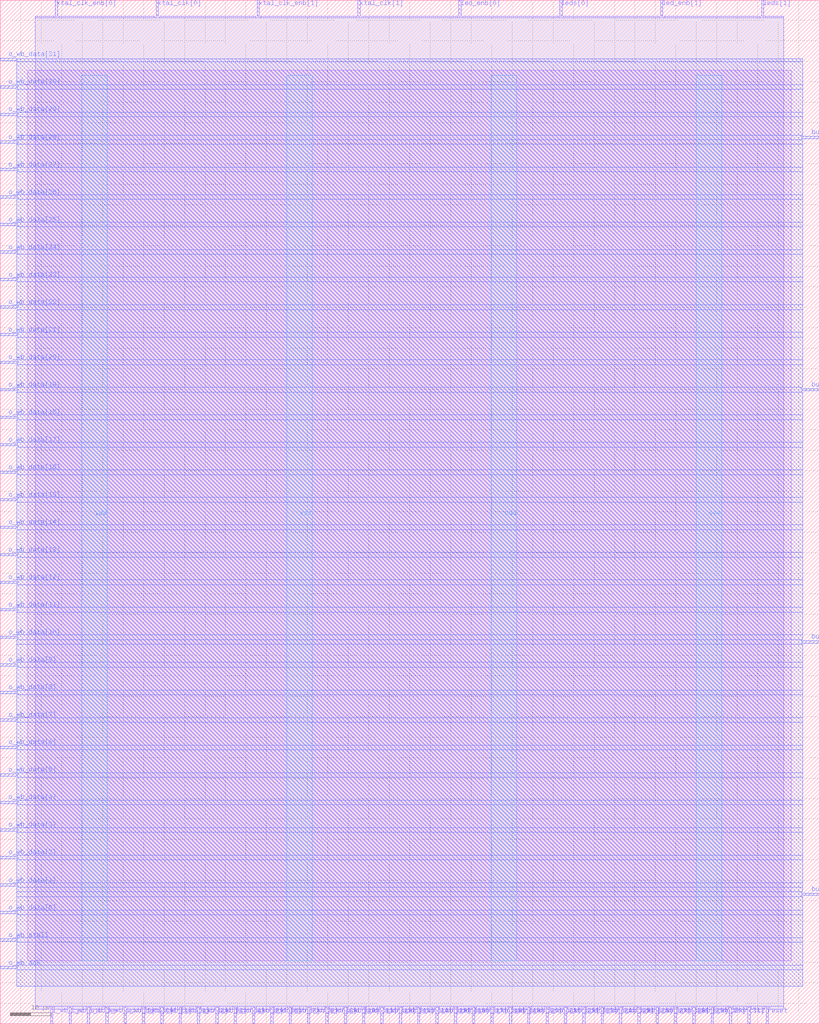
<source format=lef>
VERSION 5.7 ;
  NOWIREEXTENSIONATPIN ON ;
  DIVIDERCHAR "/" ;
  BUSBITCHARS "[]" ;
MACRO wb_buttons_leds
  CLASS BLOCK ;
  FOREIGN wb_buttons_leds ;
  ORIGIN 0.000 0.000 ;
  SIZE 200.000 BY 250.000 ;
  PIN buttons[0]
    DIRECTION INPUT ;
    USE SIGNAL ;
    ANTENNAGATEAREA 0.741000 ;
    ANTENNADIFFAREA 0.410400 ;
    PORT
      LAYER Metal3 ;
        RECT 196.000 31.360 200.000 31.920 ;
    END
  END buttons[0]
  PIN buttons[1]
    DIRECTION INPUT ;
    USE SIGNAL ;
    ANTENNAGATEAREA 0.741000 ;
    ANTENNADIFFAREA 0.410400 ;
    PORT
      LAYER Metal3 ;
        RECT 196.000 154.560 200.000 155.120 ;
    END
  END buttons[1]
  PIN buttons_enb[0]
    DIRECTION OUTPUT TRISTATE ;
    USE SIGNAL ;
    ANTENNADIFFAREA 0.536800 ;
    PORT
      LAYER Metal3 ;
        RECT 196.000 216.160 200.000 216.720 ;
    END
  END buttons_enb[0]
  PIN buttons_enb[1]
    DIRECTION OUTPUT TRISTATE ;
    USE SIGNAL ;
    ANTENNADIFFAREA 0.360800 ;
    PORT
      LAYER Metal3 ;
        RECT 196.000 92.960 200.000 93.520 ;
    END
  END buttons_enb[1]
  PIN clk
    DIRECTION INPUT ;
    USE SIGNAL ;
    ANTENNAGATEAREA 4.738000 ;
    ANTENNADIFFAREA 0.410400 ;
    PORT
      LAYER Metal2 ;
        RECT 178.080 0.000 178.640 4.000 ;
    END
  END clk
  PIN clk2
    DIRECTION INPUT ;
    USE SIGNAL ;
    ANTENNAGATEAREA 0.741000 ;
    ANTENNADIFFAREA 0.410400 ;
    PORT
      LAYER Metal2 ;
        RECT 182.560 0.000 183.120 4.000 ;
    END
  END clk2
  PIN i_wb_addr[0]
    DIRECTION INPUT ;
    USE SIGNAL ;
    ANTENNAGATEAREA 0.498500 ;
    ANTENNADIFFAREA 0.410400 ;
    PORT
      LAYER Metal2 ;
        RECT 25.760 0.000 26.320 4.000 ;
    END
  END i_wb_addr[0]
  PIN i_wb_addr[10]
    DIRECTION INPUT ;
    USE SIGNAL ;
    ANTENNAGATEAREA 0.741000 ;
    ANTENNADIFFAREA 0.410400 ;
    PORT
      LAYER Metal2 ;
        RECT 79.520 0.000 80.080 4.000 ;
    END
  END i_wb_addr[10]
  PIN i_wb_addr[11]
    DIRECTION INPUT ;
    USE SIGNAL ;
    ANTENNAGATEAREA 0.741000 ;
    ANTENNADIFFAREA 0.410400 ;
    PORT
      LAYER Metal2 ;
        RECT 84.000 0.000 84.560 4.000 ;
    END
  END i_wb_addr[11]
  PIN i_wb_addr[12]
    DIRECTION INPUT ;
    USE SIGNAL ;
    ANTENNAGATEAREA 0.741000 ;
    ANTENNADIFFAREA 0.410400 ;
    PORT
      LAYER Metal2 ;
        RECT 88.480 0.000 89.040 4.000 ;
    END
  END i_wb_addr[12]
  PIN i_wb_addr[13]
    DIRECTION INPUT ;
    USE SIGNAL ;
    ANTENNAGATEAREA 0.741000 ;
    ANTENNADIFFAREA 0.410400 ;
    PORT
      LAYER Metal2 ;
        RECT 92.960 0.000 93.520 4.000 ;
    END
  END i_wb_addr[13]
  PIN i_wb_addr[14]
    DIRECTION INPUT ;
    USE SIGNAL ;
    ANTENNAGATEAREA 0.741000 ;
    ANTENNADIFFAREA 0.410400 ;
    PORT
      LAYER Metal2 ;
        RECT 97.440 0.000 98.000 4.000 ;
    END
  END i_wb_addr[14]
  PIN i_wb_addr[15]
    DIRECTION INPUT ;
    USE SIGNAL ;
    ANTENNAGATEAREA 0.741000 ;
    ANTENNADIFFAREA 0.410400 ;
    PORT
      LAYER Metal2 ;
        RECT 101.920 0.000 102.480 4.000 ;
    END
  END i_wb_addr[15]
  PIN i_wb_addr[16]
    DIRECTION INPUT ;
    USE SIGNAL ;
    ANTENNAGATEAREA 0.741000 ;
    ANTENNADIFFAREA 0.410400 ;
    PORT
      LAYER Metal2 ;
        RECT 106.400 0.000 106.960 4.000 ;
    END
  END i_wb_addr[16]
  PIN i_wb_addr[17]
    DIRECTION INPUT ;
    USE SIGNAL ;
    ANTENNAGATEAREA 0.741000 ;
    ANTENNADIFFAREA 0.410400 ;
    PORT
      LAYER Metal2 ;
        RECT 110.880 0.000 111.440 4.000 ;
    END
  END i_wb_addr[17]
  PIN i_wb_addr[18]
    DIRECTION INPUT ;
    USE SIGNAL ;
    ANTENNAGATEAREA 0.741000 ;
    ANTENNADIFFAREA 0.410400 ;
    PORT
      LAYER Metal2 ;
        RECT 115.360 0.000 115.920 4.000 ;
    END
  END i_wb_addr[18]
  PIN i_wb_addr[19]
    DIRECTION INPUT ;
    USE SIGNAL ;
    ANTENNAGATEAREA 0.741000 ;
    ANTENNADIFFAREA 0.410400 ;
    PORT
      LAYER Metal2 ;
        RECT 119.840 0.000 120.400 4.000 ;
    END
  END i_wb_addr[19]
  PIN i_wb_addr[1]
    DIRECTION INPUT ;
    USE SIGNAL ;
    ANTENNAGATEAREA 0.498500 ;
    ANTENNADIFFAREA 0.410400 ;
    PORT
      LAYER Metal2 ;
        RECT 34.720 0.000 35.280 4.000 ;
    END
  END i_wb_addr[1]
  PIN i_wb_addr[20]
    DIRECTION INPUT ;
    USE SIGNAL ;
    ANTENNAGATEAREA 0.741000 ;
    ANTENNADIFFAREA 0.410400 ;
    PORT
      LAYER Metal2 ;
        RECT 124.320 0.000 124.880 4.000 ;
    END
  END i_wb_addr[20]
  PIN i_wb_addr[21]
    DIRECTION INPUT ;
    USE SIGNAL ;
    ANTENNAGATEAREA 0.741000 ;
    ANTENNADIFFAREA 0.410400 ;
    PORT
      LAYER Metal2 ;
        RECT 128.800 0.000 129.360 4.000 ;
    END
  END i_wb_addr[21]
  PIN i_wb_addr[22]
    DIRECTION INPUT ;
    USE SIGNAL ;
    ANTENNAGATEAREA 0.741000 ;
    ANTENNADIFFAREA 0.410400 ;
    PORT
      LAYER Metal2 ;
        RECT 133.280 0.000 133.840 4.000 ;
    END
  END i_wb_addr[22]
  PIN i_wb_addr[23]
    DIRECTION INPUT ;
    USE SIGNAL ;
    ANTENNAGATEAREA 0.741000 ;
    ANTENNADIFFAREA 0.410400 ;
    PORT
      LAYER Metal2 ;
        RECT 137.760 0.000 138.320 4.000 ;
    END
  END i_wb_addr[23]
  PIN i_wb_addr[24]
    DIRECTION INPUT ;
    USE SIGNAL ;
    ANTENNAGATEAREA 0.741000 ;
    ANTENNADIFFAREA 0.410400 ;
    PORT
      LAYER Metal2 ;
        RECT 142.240 0.000 142.800 4.000 ;
    END
  END i_wb_addr[24]
  PIN i_wb_addr[25]
    DIRECTION INPUT ;
    USE SIGNAL ;
    ANTENNAGATEAREA 0.741000 ;
    ANTENNADIFFAREA 0.410400 ;
    PORT
      LAYER Metal2 ;
        RECT 146.720 0.000 147.280 4.000 ;
    END
  END i_wb_addr[25]
  PIN i_wb_addr[26]
    DIRECTION INPUT ;
    USE SIGNAL ;
    ANTENNAGATEAREA 0.741000 ;
    ANTENNADIFFAREA 0.410400 ;
    PORT
      LAYER Metal2 ;
        RECT 151.200 0.000 151.760 4.000 ;
    END
  END i_wb_addr[26]
  PIN i_wb_addr[27]
    DIRECTION INPUT ;
    USE SIGNAL ;
    ANTENNAGATEAREA 0.741000 ;
    ANTENNADIFFAREA 0.410400 ;
    PORT
      LAYER Metal2 ;
        RECT 155.680 0.000 156.240 4.000 ;
    END
  END i_wb_addr[27]
  PIN i_wb_addr[28]
    DIRECTION INPUT ;
    USE SIGNAL ;
    ANTENNAGATEAREA 0.741000 ;
    ANTENNADIFFAREA 0.410400 ;
    PORT
      LAYER Metal2 ;
        RECT 160.160 0.000 160.720 4.000 ;
    END
  END i_wb_addr[28]
  PIN i_wb_addr[29]
    DIRECTION INPUT ;
    USE SIGNAL ;
    ANTENNAGATEAREA 0.741000 ;
    ANTENNADIFFAREA 0.410400 ;
    PORT
      LAYER Metal2 ;
        RECT 164.640 0.000 165.200 4.000 ;
    END
  END i_wb_addr[29]
  PIN i_wb_addr[2]
    DIRECTION INPUT ;
    USE SIGNAL ;
    ANTENNAGATEAREA 0.498500 ;
    ANTENNADIFFAREA 0.410400 ;
    PORT
      LAYER Metal2 ;
        RECT 43.680 0.000 44.240 4.000 ;
    END
  END i_wb_addr[2]
  PIN i_wb_addr[30]
    DIRECTION INPUT ;
    USE SIGNAL ;
    ANTENNAGATEAREA 0.741000 ;
    ANTENNADIFFAREA 0.410400 ;
    PORT
      LAYER Metal2 ;
        RECT 169.120 0.000 169.680 4.000 ;
    END
  END i_wb_addr[30]
  PIN i_wb_addr[31]
    DIRECTION INPUT ;
    USE SIGNAL ;
    ANTENNAGATEAREA 0.741000 ;
    ANTENNADIFFAREA 0.410400 ;
    PORT
      LAYER Metal2 ;
        RECT 173.600 0.000 174.160 4.000 ;
    END
  END i_wb_addr[31]
  PIN i_wb_addr[3]
    DIRECTION INPUT ;
    USE SIGNAL ;
    ANTENNAGATEAREA 0.498500 ;
    ANTENNADIFFAREA 0.410400 ;
    PORT
      LAYER Metal2 ;
        RECT 48.160 0.000 48.720 4.000 ;
    END
  END i_wb_addr[3]
  PIN i_wb_addr[4]
    DIRECTION INPUT ;
    USE SIGNAL ;
    ANTENNAGATEAREA 0.741000 ;
    ANTENNADIFFAREA 0.410400 ;
    PORT
      LAYER Metal2 ;
        RECT 52.640 0.000 53.200 4.000 ;
    END
  END i_wb_addr[4]
  PIN i_wb_addr[5]
    DIRECTION INPUT ;
    USE SIGNAL ;
    ANTENNAGATEAREA 0.741000 ;
    ANTENNADIFFAREA 0.410400 ;
    PORT
      LAYER Metal2 ;
        RECT 57.120 0.000 57.680 4.000 ;
    END
  END i_wb_addr[5]
  PIN i_wb_addr[6]
    DIRECTION INPUT ;
    USE SIGNAL ;
    ANTENNAGATEAREA 0.741000 ;
    ANTENNADIFFAREA 0.410400 ;
    PORT
      LAYER Metal2 ;
        RECT 61.600 0.000 62.160 4.000 ;
    END
  END i_wb_addr[6]
  PIN i_wb_addr[7]
    DIRECTION INPUT ;
    USE SIGNAL ;
    ANTENNAGATEAREA 0.741000 ;
    ANTENNADIFFAREA 0.410400 ;
    PORT
      LAYER Metal2 ;
        RECT 66.080 0.000 66.640 4.000 ;
    END
  END i_wb_addr[7]
  PIN i_wb_addr[8]
    DIRECTION INPUT ;
    USE SIGNAL ;
    ANTENNAGATEAREA 0.741000 ;
    ANTENNADIFFAREA 0.410400 ;
    PORT
      LAYER Metal2 ;
        RECT 70.560 0.000 71.120 4.000 ;
    END
  END i_wb_addr[8]
  PIN i_wb_addr[9]
    DIRECTION INPUT ;
    USE SIGNAL ;
    ANTENNAGATEAREA 0.741000 ;
    ANTENNADIFFAREA 0.410400 ;
    PORT
      LAYER Metal2 ;
        RECT 75.040 0.000 75.600 4.000 ;
    END
  END i_wb_addr[9]
  PIN i_wb_cyc
    DIRECTION INPUT ;
    USE SIGNAL ;
    ANTENNAGATEAREA 0.741000 ;
    ANTENNADIFFAREA 0.410400 ;
    PORT
      LAYER Metal2 ;
        RECT 12.320 0.000 12.880 4.000 ;
    END
  END i_wb_cyc
  PIN i_wb_data[0]
    DIRECTION INPUT ;
    USE SIGNAL ;
    ANTENNAGATEAREA 0.741000 ;
    ANTENNADIFFAREA 0.410400 ;
    PORT
      LAYER Metal2 ;
        RECT 30.240 0.000 30.800 4.000 ;
    END
  END i_wb_data[0]
  PIN i_wb_data[1]
    DIRECTION INPUT ;
    USE SIGNAL ;
    ANTENNAGATEAREA 0.741000 ;
    ANTENNADIFFAREA 0.410400 ;
    PORT
      LAYER Metal2 ;
        RECT 39.200 0.000 39.760 4.000 ;
    END
  END i_wb_data[1]
  PIN i_wb_stb
    DIRECTION INPUT ;
    USE SIGNAL ;
    ANTENNAGATEAREA 0.498500 ;
    ANTENNADIFFAREA 0.410400 ;
    PORT
      LAYER Metal2 ;
        RECT 16.800 0.000 17.360 4.000 ;
    END
  END i_wb_stb
  PIN i_wb_we
    DIRECTION INPUT ;
    USE SIGNAL ;
    ANTENNAGATEAREA 0.498500 ;
    ANTENNADIFFAREA 0.410400 ;
    PORT
      LAYER Metal2 ;
        RECT 21.280 0.000 21.840 4.000 ;
    END
  END i_wb_we
  PIN led_enb[0]
    DIRECTION OUTPUT TRISTATE ;
    USE SIGNAL ;
    ANTENNADIFFAREA 0.360800 ;
    PORT
      LAYER Metal2 ;
        RECT 112.000 246.000 112.560 250.000 ;
    END
  END led_enb[0]
  PIN led_enb[1]
    DIRECTION OUTPUT TRISTATE ;
    USE SIGNAL ;
    ANTENNADIFFAREA 0.360800 ;
    PORT
      LAYER Metal2 ;
        RECT 161.280 246.000 161.840 250.000 ;
    END
  END led_enb[1]
  PIN leds[0]
    DIRECTION OUTPUT TRISTATE ;
    USE SIGNAL ;
    ANTENNADIFFAREA 2.080400 ;
    PORT
      LAYER Metal2 ;
        RECT 136.640 246.000 137.200 250.000 ;
    END
  END leds[0]
  PIN leds[1]
    DIRECTION OUTPUT TRISTATE ;
    USE SIGNAL ;
    ANTENNADIFFAREA 2.080400 ;
    PORT
      LAYER Metal2 ;
        RECT 185.920 246.000 186.480 250.000 ;
    END
  END leds[1]
  PIN o_wb_ack
    DIRECTION OUTPUT TRISTATE ;
    USE SIGNAL ;
    ANTENNADIFFAREA 2.080400 ;
    PORT
      LAYER Metal3 ;
        RECT 0.000 13.440 4.000 14.000 ;
    END
  END o_wb_ack
  PIN o_wb_data[0]
    DIRECTION OUTPUT TRISTATE ;
    USE SIGNAL ;
    ANTENNADIFFAREA 1.986000 ;
    PORT
      LAYER Metal3 ;
        RECT 0.000 26.880 4.000 27.440 ;
    END
  END o_wb_data[0]
  PIN o_wb_data[10]
    DIRECTION OUTPUT TRISTATE ;
    USE SIGNAL ;
    ANTENNADIFFAREA 0.360800 ;
    PORT
      LAYER Metal3 ;
        RECT 0.000 94.080 4.000 94.640 ;
    END
  END o_wb_data[10]
  PIN o_wb_data[11]
    DIRECTION OUTPUT TRISTATE ;
    USE SIGNAL ;
    ANTENNADIFFAREA 0.360800 ;
    PORT
      LAYER Metal3 ;
        RECT 0.000 100.800 4.000 101.360 ;
    END
  END o_wb_data[11]
  PIN o_wb_data[12]
    DIRECTION OUTPUT TRISTATE ;
    USE SIGNAL ;
    ANTENNADIFFAREA 0.360800 ;
    PORT
      LAYER Metal3 ;
        RECT 0.000 107.520 4.000 108.080 ;
    END
  END o_wb_data[12]
  PIN o_wb_data[13]
    DIRECTION OUTPUT TRISTATE ;
    USE SIGNAL ;
    ANTENNADIFFAREA 0.360800 ;
    PORT
      LAYER Metal3 ;
        RECT 0.000 114.240 4.000 114.800 ;
    END
  END o_wb_data[13]
  PIN o_wb_data[14]
    DIRECTION OUTPUT TRISTATE ;
    USE SIGNAL ;
    ANTENNADIFFAREA 0.360800 ;
    PORT
      LAYER Metal3 ;
        RECT 0.000 120.960 4.000 121.520 ;
    END
  END o_wb_data[14]
  PIN o_wb_data[15]
    DIRECTION OUTPUT TRISTATE ;
    USE SIGNAL ;
    ANTENNADIFFAREA 0.360800 ;
    PORT
      LAYER Metal3 ;
        RECT 0.000 127.680 4.000 128.240 ;
    END
  END o_wb_data[15]
  PIN o_wb_data[16]
    DIRECTION OUTPUT TRISTATE ;
    USE SIGNAL ;
    ANTENNADIFFAREA 0.360800 ;
    PORT
      LAYER Metal3 ;
        RECT 0.000 134.400 4.000 134.960 ;
    END
  END o_wb_data[16]
  PIN o_wb_data[17]
    DIRECTION OUTPUT TRISTATE ;
    USE SIGNAL ;
    ANTENNADIFFAREA 0.360800 ;
    PORT
      LAYER Metal3 ;
        RECT 0.000 141.120 4.000 141.680 ;
    END
  END o_wb_data[17]
  PIN o_wb_data[18]
    DIRECTION OUTPUT TRISTATE ;
    USE SIGNAL ;
    ANTENNADIFFAREA 0.360800 ;
    PORT
      LAYER Metal3 ;
        RECT 0.000 147.840 4.000 148.400 ;
    END
  END o_wb_data[18]
  PIN o_wb_data[19]
    DIRECTION OUTPUT TRISTATE ;
    USE SIGNAL ;
    ANTENNADIFFAREA 0.360800 ;
    PORT
      LAYER Metal3 ;
        RECT 0.000 154.560 4.000 155.120 ;
    END
  END o_wb_data[19]
  PIN o_wb_data[1]
    DIRECTION OUTPUT TRISTATE ;
    USE SIGNAL ;
    ANTENNADIFFAREA 1.986000 ;
    PORT
      LAYER Metal3 ;
        RECT 0.000 33.600 4.000 34.160 ;
    END
  END o_wb_data[1]
  PIN o_wb_data[20]
    DIRECTION OUTPUT TRISTATE ;
    USE SIGNAL ;
    ANTENNADIFFAREA 0.360800 ;
    PORT
      LAYER Metal3 ;
        RECT 0.000 161.280 4.000 161.840 ;
    END
  END o_wb_data[20]
  PIN o_wb_data[21]
    DIRECTION OUTPUT TRISTATE ;
    USE SIGNAL ;
    ANTENNADIFFAREA 0.360800 ;
    PORT
      LAYER Metal3 ;
        RECT 0.000 168.000 4.000 168.560 ;
    END
  END o_wb_data[21]
  PIN o_wb_data[22]
    DIRECTION OUTPUT TRISTATE ;
    USE SIGNAL ;
    ANTENNADIFFAREA 0.360800 ;
    PORT
      LAYER Metal3 ;
        RECT 0.000 174.720 4.000 175.280 ;
    END
  END o_wb_data[22]
  PIN o_wb_data[23]
    DIRECTION OUTPUT TRISTATE ;
    USE SIGNAL ;
    ANTENNADIFFAREA 0.360800 ;
    PORT
      LAYER Metal3 ;
        RECT 0.000 181.440 4.000 182.000 ;
    END
  END o_wb_data[23]
  PIN o_wb_data[24]
    DIRECTION OUTPUT TRISTATE ;
    USE SIGNAL ;
    ANTENNADIFFAREA 0.360800 ;
    PORT
      LAYER Metal3 ;
        RECT 0.000 188.160 4.000 188.720 ;
    END
  END o_wb_data[24]
  PIN o_wb_data[25]
    DIRECTION OUTPUT TRISTATE ;
    USE SIGNAL ;
    ANTENNADIFFAREA 0.360800 ;
    PORT
      LAYER Metal3 ;
        RECT 0.000 194.880 4.000 195.440 ;
    END
  END o_wb_data[25]
  PIN o_wb_data[26]
    DIRECTION OUTPUT TRISTATE ;
    USE SIGNAL ;
    ANTENNADIFFAREA 0.360800 ;
    PORT
      LAYER Metal3 ;
        RECT 0.000 201.600 4.000 202.160 ;
    END
  END o_wb_data[26]
  PIN o_wb_data[27]
    DIRECTION OUTPUT TRISTATE ;
    USE SIGNAL ;
    ANTENNADIFFAREA 0.360800 ;
    PORT
      LAYER Metal3 ;
        RECT 0.000 208.320 4.000 208.880 ;
    END
  END o_wb_data[27]
  PIN o_wb_data[28]
    DIRECTION OUTPUT TRISTATE ;
    USE SIGNAL ;
    ANTENNADIFFAREA 0.360800 ;
    PORT
      LAYER Metal3 ;
        RECT 0.000 215.040 4.000 215.600 ;
    END
  END o_wb_data[28]
  PIN o_wb_data[29]
    DIRECTION OUTPUT TRISTATE ;
    USE SIGNAL ;
    ANTENNADIFFAREA 0.360800 ;
    PORT
      LAYER Metal3 ;
        RECT 0.000 221.760 4.000 222.320 ;
    END
  END o_wb_data[29]
  PIN o_wb_data[2]
    DIRECTION OUTPUT TRISTATE ;
    USE SIGNAL ;
    ANTENNADIFFAREA 0.360800 ;
    PORT
      LAYER Metal3 ;
        RECT 0.000 40.320 4.000 40.880 ;
    END
  END o_wb_data[2]
  PIN o_wb_data[30]
    DIRECTION OUTPUT TRISTATE ;
    USE SIGNAL ;
    ANTENNADIFFAREA 0.360800 ;
    PORT
      LAYER Metal3 ;
        RECT 0.000 228.480 4.000 229.040 ;
    END
  END o_wb_data[30]
  PIN o_wb_data[31]
    DIRECTION OUTPUT TRISTATE ;
    USE SIGNAL ;
    ANTENNADIFFAREA 0.360800 ;
    PORT
      LAYER Metal3 ;
        RECT 0.000 235.200 4.000 235.760 ;
    END
  END o_wb_data[31]
  PIN o_wb_data[3]
    DIRECTION OUTPUT TRISTATE ;
    USE SIGNAL ;
    ANTENNADIFFAREA 0.360800 ;
    PORT
      LAYER Metal3 ;
        RECT 0.000 47.040 4.000 47.600 ;
    END
  END o_wb_data[3]
  PIN o_wb_data[4]
    DIRECTION OUTPUT TRISTATE ;
    USE SIGNAL ;
    ANTENNADIFFAREA 0.360800 ;
    PORT
      LAYER Metal3 ;
        RECT 0.000 53.760 4.000 54.320 ;
    END
  END o_wb_data[4]
  PIN o_wb_data[5]
    DIRECTION OUTPUT TRISTATE ;
    USE SIGNAL ;
    ANTENNADIFFAREA 0.360800 ;
    PORT
      LAYER Metal3 ;
        RECT 0.000 60.480 4.000 61.040 ;
    END
  END o_wb_data[5]
  PIN o_wb_data[6]
    DIRECTION OUTPUT TRISTATE ;
    USE SIGNAL ;
    ANTENNADIFFAREA 0.360800 ;
    PORT
      LAYER Metal3 ;
        RECT 0.000 67.200 4.000 67.760 ;
    END
  END o_wb_data[6]
  PIN o_wb_data[7]
    DIRECTION OUTPUT TRISTATE ;
    USE SIGNAL ;
    ANTENNADIFFAREA 0.360800 ;
    PORT
      LAYER Metal3 ;
        RECT 0.000 73.920 4.000 74.480 ;
    END
  END o_wb_data[7]
  PIN o_wb_data[8]
    DIRECTION OUTPUT TRISTATE ;
    USE SIGNAL ;
    ANTENNADIFFAREA 0.360800 ;
    PORT
      LAYER Metal3 ;
        RECT 0.000 80.640 4.000 81.200 ;
    END
  END o_wb_data[8]
  PIN o_wb_data[9]
    DIRECTION OUTPUT TRISTATE ;
    USE SIGNAL ;
    ANTENNADIFFAREA 0.360800 ;
    PORT
      LAYER Metal3 ;
        RECT 0.000 87.360 4.000 87.920 ;
    END
  END o_wb_data[9]
  PIN o_wb_stall
    DIRECTION OUTPUT TRISTATE ;
    USE SIGNAL ;
    ANTENNADIFFAREA 0.360800 ;
    PORT
      LAYER Metal3 ;
        RECT 0.000 20.160 4.000 20.720 ;
    END
  END o_wb_stall
  PIN reset
    DIRECTION INPUT ;
    USE SIGNAL ;
    ANTENNAGATEAREA 0.741000 ;
    ANTENNADIFFAREA 0.410400 ;
    PORT
      LAYER Metal2 ;
        RECT 187.040 0.000 187.600 4.000 ;
    END
  END reset
  PIN vdd
    DIRECTION INOUT ;
    USE POWER ;
    PORT
      LAYER Metal4 ;
        RECT 19.940 15.380 26.140 231.580 ;
    END
    PORT
      LAYER Metal4 ;
        RECT 119.940 15.380 126.140 231.580 ;
    END
  END vdd
  PIN vss
    DIRECTION INOUT ;
    USE GROUND ;
    PORT
      LAYER Metal4 ;
        RECT 69.940 15.380 76.140 231.580 ;
    END
    PORT
      LAYER Metal4 ;
        RECT 169.940 15.380 176.140 231.580 ;
    END
  END vss
  PIN xtal_clk[0]
    DIRECTION OUTPUT TRISTATE ;
    USE SIGNAL ;
    ANTENNADIFFAREA 0.360800 ;
    PORT
      LAYER Metal2 ;
        RECT 38.080 246.000 38.640 250.000 ;
    END
  END xtal_clk[0]
  PIN xtal_clk[1]
    DIRECTION OUTPUT TRISTATE ;
    USE SIGNAL ;
    ANTENNADIFFAREA 0.360800 ;
    PORT
      LAYER Metal2 ;
        RECT 87.360 246.000 87.920 250.000 ;
    END
  END xtal_clk[1]
  PIN xtal_clk_enb[0]
    DIRECTION OUTPUT TRISTATE ;
    USE SIGNAL ;
    ANTENNADIFFAREA 1.986000 ;
    PORT
      LAYER Metal2 ;
        RECT 13.440 246.000 14.000 250.000 ;
    END
  END xtal_clk_enb[0]
  PIN xtal_clk_enb[1]
    DIRECTION OUTPUT TRISTATE ;
    USE SIGNAL ;
    ANTENNADIFFAREA 1.986000 ;
    PORT
      LAYER Metal2 ;
        RECT 62.720 246.000 63.280 250.000 ;
    END
  END xtal_clk_enb[1]
  OBS
      LAYER Metal1 ;
        RECT 6.720 15.380 193.200 232.810 ;
      LAYER Metal2 ;
        RECT 8.540 245.700 13.140 246.000 ;
        RECT 14.300 245.700 37.780 246.000 ;
        RECT 38.940 245.700 62.420 246.000 ;
        RECT 63.580 245.700 87.060 246.000 ;
        RECT 88.220 245.700 111.700 246.000 ;
        RECT 112.860 245.700 136.340 246.000 ;
        RECT 137.500 245.700 160.980 246.000 ;
        RECT 162.140 245.700 185.620 246.000 ;
        RECT 186.780 245.700 191.380 246.000 ;
        RECT 8.540 4.300 191.380 245.700 ;
        RECT 8.540 3.500 12.020 4.300 ;
        RECT 13.180 3.500 16.500 4.300 ;
        RECT 17.660 3.500 20.980 4.300 ;
        RECT 22.140 3.500 25.460 4.300 ;
        RECT 26.620 3.500 29.940 4.300 ;
        RECT 31.100 3.500 34.420 4.300 ;
        RECT 35.580 3.500 38.900 4.300 ;
        RECT 40.060 3.500 43.380 4.300 ;
        RECT 44.540 3.500 47.860 4.300 ;
        RECT 49.020 3.500 52.340 4.300 ;
        RECT 53.500 3.500 56.820 4.300 ;
        RECT 57.980 3.500 61.300 4.300 ;
        RECT 62.460 3.500 65.780 4.300 ;
        RECT 66.940 3.500 70.260 4.300 ;
        RECT 71.420 3.500 74.740 4.300 ;
        RECT 75.900 3.500 79.220 4.300 ;
        RECT 80.380 3.500 83.700 4.300 ;
        RECT 84.860 3.500 88.180 4.300 ;
        RECT 89.340 3.500 92.660 4.300 ;
        RECT 93.820 3.500 97.140 4.300 ;
        RECT 98.300 3.500 101.620 4.300 ;
        RECT 102.780 3.500 106.100 4.300 ;
        RECT 107.260 3.500 110.580 4.300 ;
        RECT 111.740 3.500 115.060 4.300 ;
        RECT 116.220 3.500 119.540 4.300 ;
        RECT 120.700 3.500 124.020 4.300 ;
        RECT 125.180 3.500 128.500 4.300 ;
        RECT 129.660 3.500 132.980 4.300 ;
        RECT 134.140 3.500 137.460 4.300 ;
        RECT 138.620 3.500 141.940 4.300 ;
        RECT 143.100 3.500 146.420 4.300 ;
        RECT 147.580 3.500 150.900 4.300 ;
        RECT 152.060 3.500 155.380 4.300 ;
        RECT 156.540 3.500 159.860 4.300 ;
        RECT 161.020 3.500 164.340 4.300 ;
        RECT 165.500 3.500 168.820 4.300 ;
        RECT 169.980 3.500 173.300 4.300 ;
        RECT 174.460 3.500 177.780 4.300 ;
        RECT 178.940 3.500 182.260 4.300 ;
        RECT 183.420 3.500 186.740 4.300 ;
        RECT 187.900 3.500 191.380 4.300 ;
      LAYER Metal3 ;
        RECT 4.300 234.900 196.000 235.620 ;
        RECT 4.000 229.340 196.000 234.900 ;
        RECT 4.300 228.180 196.000 229.340 ;
        RECT 4.000 222.620 196.000 228.180 ;
        RECT 4.300 221.460 196.000 222.620 ;
        RECT 4.000 217.020 196.000 221.460 ;
        RECT 4.000 215.900 195.700 217.020 ;
        RECT 4.300 215.860 195.700 215.900 ;
        RECT 4.300 214.740 196.000 215.860 ;
        RECT 4.000 209.180 196.000 214.740 ;
        RECT 4.300 208.020 196.000 209.180 ;
        RECT 4.000 202.460 196.000 208.020 ;
        RECT 4.300 201.300 196.000 202.460 ;
        RECT 4.000 195.740 196.000 201.300 ;
        RECT 4.300 194.580 196.000 195.740 ;
        RECT 4.000 189.020 196.000 194.580 ;
        RECT 4.300 187.860 196.000 189.020 ;
        RECT 4.000 182.300 196.000 187.860 ;
        RECT 4.300 181.140 196.000 182.300 ;
        RECT 4.000 175.580 196.000 181.140 ;
        RECT 4.300 174.420 196.000 175.580 ;
        RECT 4.000 168.860 196.000 174.420 ;
        RECT 4.300 167.700 196.000 168.860 ;
        RECT 4.000 162.140 196.000 167.700 ;
        RECT 4.300 160.980 196.000 162.140 ;
        RECT 4.000 155.420 196.000 160.980 ;
        RECT 4.300 154.260 195.700 155.420 ;
        RECT 4.000 148.700 196.000 154.260 ;
        RECT 4.300 147.540 196.000 148.700 ;
        RECT 4.000 141.980 196.000 147.540 ;
        RECT 4.300 140.820 196.000 141.980 ;
        RECT 4.000 135.260 196.000 140.820 ;
        RECT 4.300 134.100 196.000 135.260 ;
        RECT 4.000 128.540 196.000 134.100 ;
        RECT 4.300 127.380 196.000 128.540 ;
        RECT 4.000 121.820 196.000 127.380 ;
        RECT 4.300 120.660 196.000 121.820 ;
        RECT 4.000 115.100 196.000 120.660 ;
        RECT 4.300 113.940 196.000 115.100 ;
        RECT 4.000 108.380 196.000 113.940 ;
        RECT 4.300 107.220 196.000 108.380 ;
        RECT 4.000 101.660 196.000 107.220 ;
        RECT 4.300 100.500 196.000 101.660 ;
        RECT 4.000 94.940 196.000 100.500 ;
        RECT 4.300 93.820 196.000 94.940 ;
        RECT 4.300 93.780 195.700 93.820 ;
        RECT 4.000 92.660 195.700 93.780 ;
        RECT 4.000 88.220 196.000 92.660 ;
        RECT 4.300 87.060 196.000 88.220 ;
        RECT 4.000 81.500 196.000 87.060 ;
        RECT 4.300 80.340 196.000 81.500 ;
        RECT 4.000 74.780 196.000 80.340 ;
        RECT 4.300 73.620 196.000 74.780 ;
        RECT 4.000 68.060 196.000 73.620 ;
        RECT 4.300 66.900 196.000 68.060 ;
        RECT 4.000 61.340 196.000 66.900 ;
        RECT 4.300 60.180 196.000 61.340 ;
        RECT 4.000 54.620 196.000 60.180 ;
        RECT 4.300 53.460 196.000 54.620 ;
        RECT 4.000 47.900 196.000 53.460 ;
        RECT 4.300 46.740 196.000 47.900 ;
        RECT 4.000 41.180 196.000 46.740 ;
        RECT 4.300 40.020 196.000 41.180 ;
        RECT 4.000 34.460 196.000 40.020 ;
        RECT 4.300 33.300 196.000 34.460 ;
        RECT 4.000 32.220 196.000 33.300 ;
        RECT 4.000 31.060 195.700 32.220 ;
        RECT 4.000 27.740 196.000 31.060 ;
        RECT 4.300 26.580 196.000 27.740 ;
        RECT 4.000 21.020 196.000 26.580 ;
        RECT 4.300 19.860 196.000 21.020 ;
        RECT 4.000 14.300 196.000 19.860 ;
        RECT 4.300 13.140 196.000 14.300 ;
        RECT 4.000 9.100 196.000 13.140 ;
  END
END wb_buttons_leds
END LIBRARY


</source>
